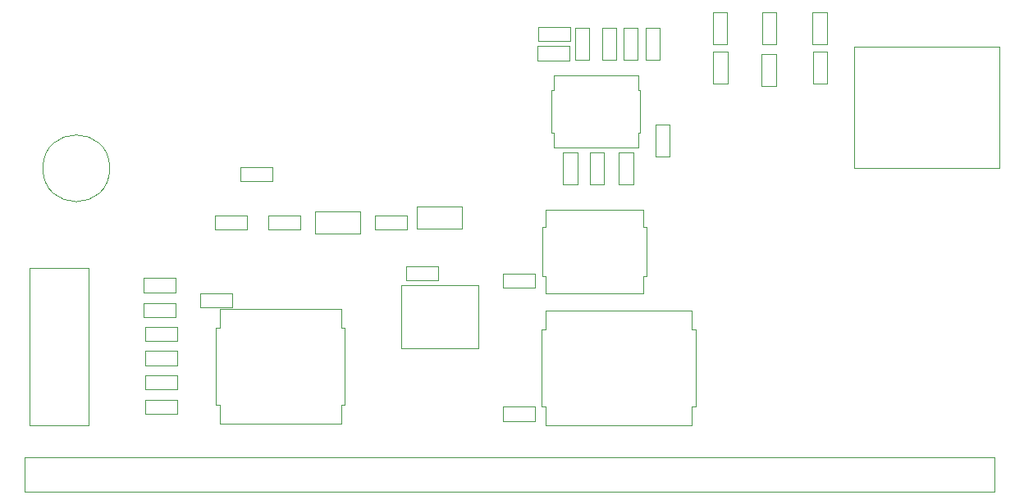
<source format=gbr>
%TF.GenerationSoftware,KiCad,Pcbnew,9.0.1+1*%
%TF.CreationDate,2025-09-01T23:04:51+00:00*%
%TF.ProjectId,rcbus-ymf262,72636275-732d-4796-9d66-3236322e6b69,@version@*%
%TF.SameCoordinates,Original*%
%TF.FileFunction,Other,User*%
%FSLAX46Y46*%
G04 Gerber Fmt 4.6, Leading zero omitted, Abs format (unit mm)*
G04 Created by KiCad (PCBNEW 9.0.1+1) date 2025-09-01 23:04:51*
%MOMM*%
%LPD*%
G01*
G04 APERTURE LIST*
%ADD10C,0.050000*%
G04 APERTURE END LIST*
D10*
%TO.C,C1*%
X109600000Y-156020000D02*
X112900000Y-156020000D01*
X109600000Y-157480000D02*
X109600000Y-156020000D01*
X112900000Y-156020000D02*
X112900000Y-157480000D01*
X112900000Y-157480000D02*
X109600000Y-157480000D01*
%TO.C,C7*%
X109600000Y-142270000D02*
X112900000Y-142270000D01*
X109600000Y-143730000D02*
X109600000Y-142270000D01*
X112900000Y-142270000D02*
X112900000Y-143730000D01*
X112900000Y-143730000D02*
X109600000Y-143730000D01*
%TO.C,CON1*%
X145819000Y-131345000D02*
X145819000Y-118845000D01*
X160819000Y-118845000D02*
X145819000Y-118845000D01*
X160819000Y-131345000D02*
X145819000Y-131345000D01*
X160819000Y-131345000D02*
X160819000Y-118845000D01*
%TO.C,JP1*%
X60680000Y-141690000D02*
X60680000Y-157930000D01*
X60680000Y-157930000D02*
X66770000Y-157930000D01*
X66770000Y-141690000D02*
X60680000Y-141690000D01*
X66770000Y-157930000D02*
X66770000Y-141690000D01*
%TO.C,H1*%
X68982000Y-131382000D02*
G75*
G02*
X62082000Y-131382000I-3450000J0D01*
G01*
X62082000Y-131382000D02*
G75*
G02*
X68982000Y-131382000I3450000J0D01*
G01*
%TO.C,P1*%
X60200000Y-161200000D02*
X60200000Y-164800000D01*
X60200000Y-164800000D02*
X160300000Y-164800000D01*
X160300000Y-161200000D02*
X60200000Y-161200000D01*
X160300000Y-164800000D02*
X160300000Y-161200000D01*
%TO.C,U1*%
X79945000Y-147850000D02*
X80325000Y-147850000D01*
X79945000Y-155850000D02*
X79945000Y-147850000D01*
X80325000Y-145920000D02*
X92865000Y-145920000D01*
X80325000Y-147850000D02*
X80325000Y-145920000D01*
X80325000Y-155850000D02*
X79945000Y-155850000D01*
X80325000Y-157780000D02*
X80325000Y-155850000D01*
X92865000Y-145920000D02*
X92865000Y-147850000D01*
X92865000Y-147850000D02*
X93245000Y-147850000D01*
X92865000Y-155850000D02*
X92865000Y-157780000D01*
X92865000Y-157780000D02*
X80325000Y-157780000D01*
X93245000Y-147850000D02*
X93245000Y-155850000D01*
X93245000Y-155850000D02*
X92865000Y-155850000D01*
%TO.C,C11*%
X125270000Y-126850000D02*
X126730000Y-126850000D01*
X125270000Y-130150000D02*
X125270000Y-126850000D01*
X126730000Y-126850000D02*
X126730000Y-130150000D01*
X126730000Y-130150000D02*
X125270000Y-130150000D01*
%TO.C,C8*%
X115770000Y-129712500D02*
X117230000Y-129712500D01*
X115770000Y-133012500D02*
X115770000Y-129712500D01*
X117230000Y-129712500D02*
X117230000Y-133012500D01*
X117230000Y-133012500D02*
X115770000Y-133012500D01*
%TO.C,C12*%
X118520000Y-129712500D02*
X119980000Y-129712500D01*
X118520000Y-133012500D02*
X118520000Y-129712500D01*
X119980000Y-129712500D02*
X119980000Y-133012500D01*
X119980000Y-133012500D02*
X118520000Y-133012500D01*
%TO.C,U2*%
X113550000Y-148000000D02*
X113990000Y-148000000D01*
X113550000Y-156000000D02*
X113550000Y-148000000D01*
X113990000Y-146100000D02*
X129010000Y-146100000D01*
X113990000Y-148000000D02*
X113990000Y-146100000D01*
X113990000Y-156000000D02*
X113550000Y-156000000D01*
X113990000Y-157900000D02*
X113990000Y-156000000D01*
X129010000Y-146100000D02*
X129010000Y-148000000D01*
X129010000Y-148000000D02*
X129450000Y-148000000D01*
X129010000Y-156000000D02*
X129010000Y-157900000D01*
X129010000Y-157900000D02*
X113990000Y-157900000D01*
X129450000Y-148000000D02*
X129450000Y-156000000D01*
X129450000Y-156000000D02*
X129010000Y-156000000D01*
%TO.C,C6*%
X78350000Y-144270000D02*
X81650000Y-144270000D01*
X78350000Y-145730000D02*
X78350000Y-144270000D01*
X81650000Y-144270000D02*
X81650000Y-145730000D01*
X81650000Y-145730000D02*
X78350000Y-145730000D01*
%TO.C,Y1*%
X99040000Y-143500000D02*
X107040000Y-143500000D01*
X107040000Y-150000000D01*
X99040000Y-150000000D01*
X99040000Y-143500000D01*
%TO.C,L2*%
X96350000Y-136270000D02*
X99650000Y-136270000D01*
X96350000Y-137730000D02*
X96350000Y-136270000D01*
X99650000Y-136270000D02*
X99650000Y-137730000D01*
X99650000Y-137730000D02*
X96350000Y-137730000D01*
%TO.C,U3*%
X113600000Y-137470000D02*
X114000000Y-137470000D01*
X113600000Y-142530000D02*
X113600000Y-137470000D01*
X114000000Y-135700000D02*
X124000000Y-135700000D01*
X114000000Y-137470000D02*
X114000000Y-135700000D01*
X114000000Y-142530000D02*
X113600000Y-142530000D01*
X114000000Y-144300000D02*
X114000000Y-142530000D01*
X124000000Y-135700000D02*
X124000000Y-137470000D01*
X124000000Y-137470000D02*
X124400000Y-137470000D01*
X124000000Y-142530000D02*
X124000000Y-144300000D01*
X124000000Y-144300000D02*
X114000000Y-144300000D01*
X124400000Y-137470000D02*
X124400000Y-142530000D01*
X124400000Y-142530000D02*
X124000000Y-142530000D01*
%TO.C,C2*%
X79850000Y-136270000D02*
X83150000Y-136270000D01*
X79850000Y-137730000D02*
X79850000Y-136270000D01*
X83150000Y-136270000D02*
X83150000Y-137730000D01*
X83150000Y-137730000D02*
X79850000Y-137730000D01*
%TO.C,R6*%
X72662500Y-155290000D02*
X75962500Y-155290000D01*
X72662500Y-156750000D02*
X72662500Y-155290000D01*
X75962500Y-155290000D02*
X75962500Y-156750000D01*
X75962500Y-156750000D02*
X72662500Y-156750000D01*
%TO.C,C13*%
X124270000Y-116850000D02*
X125730000Y-116850000D01*
X124270000Y-120150000D02*
X124270000Y-116850000D01*
X125730000Y-116850000D02*
X125730000Y-120150000D01*
X125730000Y-120150000D02*
X124270000Y-120150000D01*
%TO.C,R10*%
X136270000Y-119600000D02*
X137730000Y-119600000D01*
X136270000Y-122900000D02*
X136270000Y-119600000D01*
X137730000Y-119600000D02*
X137730000Y-122900000D01*
X137730000Y-122900000D02*
X136270000Y-122900000D01*
%TO.C,C9*%
X119770000Y-116850000D02*
X121230000Y-116850000D01*
X119770000Y-120150000D02*
X119770000Y-116850000D01*
X121230000Y-116850000D02*
X121230000Y-120150000D01*
X121230000Y-120150000D02*
X119770000Y-120150000D01*
%TO.C,R5*%
X72662500Y-152780000D02*
X75962500Y-152780000D01*
X72662500Y-154240000D02*
X72662500Y-152780000D01*
X75962500Y-152780000D02*
X75962500Y-154240000D01*
X75962500Y-154240000D02*
X72662500Y-154240000D01*
%TO.C,R9*%
X113187500Y-116770000D02*
X116487500Y-116770000D01*
X113187500Y-118230000D02*
X113187500Y-116770000D01*
X116487500Y-116770000D02*
X116487500Y-118230000D01*
X116487500Y-118230000D02*
X113187500Y-118230000D01*
%TO.C,C17*%
X141520000Y-119350000D02*
X142980000Y-119350000D01*
X141520000Y-122650000D02*
X141520000Y-119350000D01*
X142980000Y-119350000D02*
X142980000Y-122650000D01*
X142980000Y-122650000D02*
X141520000Y-122650000D01*
%TO.C,R7*%
X121520000Y-129762500D02*
X122980000Y-129762500D01*
X121520000Y-133062500D02*
X121520000Y-129762500D01*
X122980000Y-129762500D02*
X122980000Y-133062500D01*
X122980000Y-133062500D02*
X121520000Y-133062500D01*
%TO.C,R8*%
X122020000Y-116850000D02*
X123480000Y-116850000D01*
X122020000Y-120150000D02*
X122020000Y-116850000D01*
X123480000Y-116850000D02*
X123480000Y-120150000D01*
X123480000Y-120150000D02*
X122020000Y-120150000D01*
%TO.C,R3*%
X72662500Y-147760000D02*
X75962500Y-147760000D01*
X72662500Y-149220000D02*
X72662500Y-147760000D01*
X75962500Y-147760000D02*
X75962500Y-149220000D01*
X75962500Y-149220000D02*
X72662500Y-149220000D01*
%TO.C,R1*%
X72487500Y-142740000D02*
X75787500Y-142740000D01*
X72487500Y-144200000D02*
X72487500Y-142740000D01*
X75787500Y-142740000D02*
X75787500Y-144200000D01*
X75787500Y-144200000D02*
X72487500Y-144200000D01*
%TO.C,C10*%
X117020000Y-116850000D02*
X118480000Y-116850000D01*
X117020000Y-120150000D02*
X117020000Y-116850000D01*
X118480000Y-116850000D02*
X118480000Y-120150000D01*
X118480000Y-120150000D02*
X117020000Y-120150000D01*
%TO.C,R2*%
X72487500Y-145330000D02*
X75787500Y-145330000D01*
X72487500Y-146790000D02*
X72487500Y-145330000D01*
X75787500Y-145330000D02*
X75787500Y-146790000D01*
X75787500Y-146790000D02*
X72487500Y-146790000D01*
%TO.C,U4*%
X114557500Y-123300000D02*
X114777500Y-123300000D01*
X114557500Y-127700000D02*
X114557500Y-123300000D01*
X114777500Y-121800000D02*
X123497500Y-121800000D01*
X114777500Y-123300000D02*
X114777500Y-121800000D01*
X114777500Y-127700000D02*
X114557500Y-127700000D01*
X114777500Y-129200000D02*
X114777500Y-127700000D01*
X123497500Y-121800000D02*
X123497500Y-123300000D01*
X123497500Y-123300000D02*
X123717500Y-123300000D01*
X123497500Y-127700000D02*
X123497500Y-129200000D01*
X123497500Y-129200000D02*
X114777500Y-129200000D01*
X123717500Y-123300000D02*
X123717500Y-127700000D01*
X123717500Y-127700000D02*
X123497500Y-127700000D01*
%TO.C,C16*%
X131234600Y-115237500D02*
X132694600Y-115237500D01*
X131234600Y-118537500D02*
X131234600Y-115237500D01*
X132694600Y-115237500D02*
X132694600Y-118537500D01*
X132694600Y-118537500D02*
X131234600Y-118537500D01*
%TO.C,C4*%
X90200000Y-135850000D02*
X94800000Y-135850000D01*
X90200000Y-138150000D02*
X90200000Y-135850000D01*
X94800000Y-135850000D02*
X94800000Y-138150000D01*
X94800000Y-138150000D02*
X90200000Y-138150000D01*
%TO.C,R4*%
X72662500Y-150270000D02*
X75962500Y-150270000D01*
X72662500Y-151730000D02*
X72662500Y-150270000D01*
X75962500Y-150270000D02*
X75962500Y-151730000D01*
X75962500Y-151730000D02*
X72662500Y-151730000D01*
%TO.C,C5*%
X100700000Y-135350000D02*
X105300000Y-135350000D01*
X100700000Y-137650000D02*
X100700000Y-135350000D01*
X105300000Y-135350000D02*
X105300000Y-137650000D01*
X105300000Y-137650000D02*
X100700000Y-137650000D01*
%TO.C,C18*%
X141509600Y-115237500D02*
X142969600Y-115237500D01*
X141509600Y-118537500D02*
X141509600Y-115237500D01*
X142969600Y-115237500D02*
X142969600Y-118537500D01*
X142969600Y-118537500D02*
X141509600Y-118537500D01*
%TO.C,C15*%
X131270000Y-119350000D02*
X132730000Y-119350000D01*
X131270000Y-122650000D02*
X131270000Y-119350000D01*
X132730000Y-119350000D02*
X132730000Y-122650000D01*
X132730000Y-122650000D02*
X131270000Y-122650000D01*
%TO.C,R11*%
X136284600Y-115237500D02*
X137744600Y-115237500D01*
X136284600Y-118537500D02*
X136284600Y-115237500D01*
X137744600Y-115237500D02*
X137744600Y-118537500D01*
X137744600Y-118537500D02*
X136284600Y-118537500D01*
%TO.C,C19*%
X99600000Y-141520000D02*
X102900000Y-141520000D01*
X99600000Y-142980000D02*
X99600000Y-141520000D01*
X102900000Y-141520000D02*
X102900000Y-142980000D01*
X102900000Y-142980000D02*
X99600000Y-142980000D01*
%TO.C,C3*%
X85350000Y-136270000D02*
X88650000Y-136270000D01*
X85350000Y-137730000D02*
X85350000Y-136270000D01*
X88650000Y-136270000D02*
X88650000Y-137730000D01*
X88650000Y-137730000D02*
X85350000Y-137730000D01*
%TO.C,L1*%
X82475000Y-131270000D02*
X85775000Y-131270000D01*
X82475000Y-132730000D02*
X82475000Y-131270000D01*
X85775000Y-131270000D02*
X85775000Y-132730000D01*
X85775000Y-132730000D02*
X82475000Y-132730000D01*
%TO.C,C14*%
X113100000Y-118770000D02*
X116400000Y-118770000D01*
X113100000Y-120230000D02*
X113100000Y-118770000D01*
X116400000Y-118770000D02*
X116400000Y-120230000D01*
X116400000Y-120230000D02*
X113100000Y-120230000D01*
%TD*%
M02*

</source>
